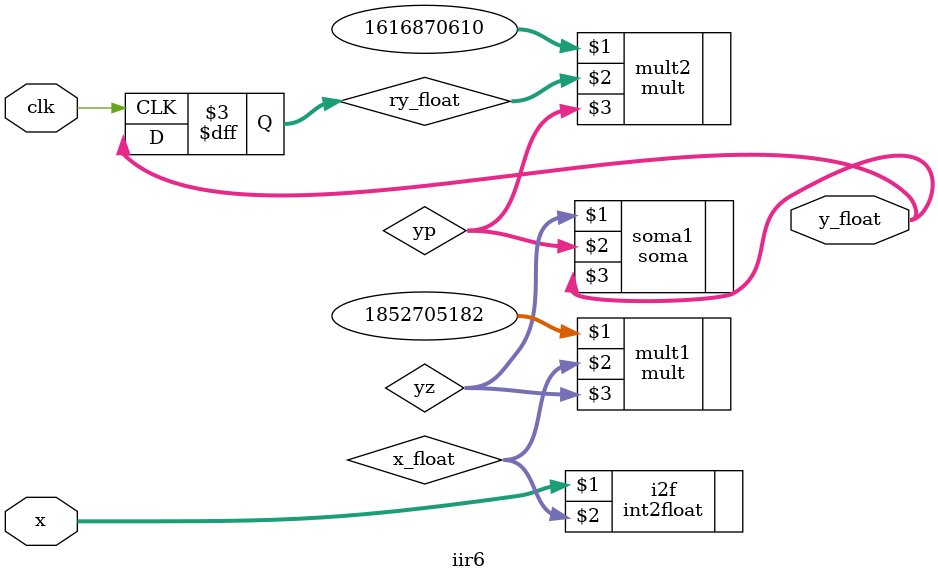
<source format=v>
module iir6
#(
	parameter MAN = 23,
	parameter EXP = 8,
	
	parameter [MAN + EXP:0] b0     = 32'h6e6e099e,
	parameter [MAN + EXP:0] a1     = 32'he05f7cd2,
	parameter [MAN + EXP:0] a1_neg = 32'h605f7cd2

)
(
	input clk, 
	input signed [MAN - 1:0] x,
	output [MAN+EXP:0] y_float
);

wire [MAN+EXP:0] x_float;
wire [MAN+EXP:0] y_gained;

reg [MAN+EXP:0] ry_float = 0;

int2float i2f(x, x_float);

wire [MAN+EXP:0] yz;
wire [MAN+EXP:0] yp;

mult mult1 (b0, x_float, yz);
mult mult2 (a1_neg, ry_float, yp);

soma soma1 (yz, yp, y_float);

always @(posedge clk) ry_float <= y_float;

endmodule
</source>
